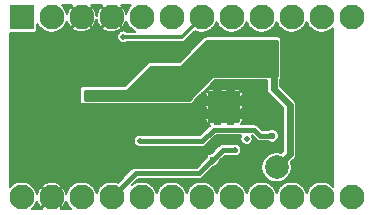
<source format=gbr>
G04 #@! TF.GenerationSoftware,KiCad,Pcbnew,5.1.5+dfsg1-2build2*
G04 #@! TF.CreationDate,2021-03-15T22:58:29+01:00*
G04 #@! TF.ProjectId,ProMicro_BOOST,50726f4d-6963-4726-9f5f-424f4f53542e,v1.8*
G04 #@! TF.SameCoordinates,Original*
G04 #@! TF.FileFunction,Copper,L4,Bot*
G04 #@! TF.FilePolarity,Positive*
%FSLAX46Y46*%
G04 Gerber Fmt 4.6, Leading zero omitted, Abs format (unit mm)*
G04 Created by KiCad*
%MOMM*%
%LPD*%
G04 APERTURE LIST*
%ADD10C,2.100000*%
%ADD11R,2.100000X2.100000*%
%ADD12C,2.000000*%
%ADD13C,0.100000*%
%ADD14C,0.500000*%
%ADD15C,0.450000*%
%ADD16C,0.600000*%
%ADD17C,0.400000*%
%ADD18C,0.600000*%
%ADD19C,0.300000*%
%ADD20C,0.150000*%
%ADD21C,0.254000*%
G04 APERTURE END LIST*
D10*
X63373000Y-130175000D03*
X65913000Y-130175000D03*
X68453000Y-130175000D03*
X91313000Y-114935000D03*
X70993000Y-130175000D03*
X88773000Y-114935000D03*
X73533000Y-130175000D03*
X86233000Y-114935000D03*
X76073000Y-130175000D03*
X83693000Y-114935000D03*
X78613000Y-130175000D03*
X81153000Y-114935000D03*
X81153000Y-130175000D03*
X78613000Y-114935000D03*
X83693000Y-130175000D03*
X76073000Y-114935000D03*
X86233000Y-130175000D03*
X73533000Y-114935000D03*
X88773000Y-130175000D03*
X70993000Y-114935000D03*
X91313000Y-130175000D03*
X68453000Y-114935000D03*
X65913000Y-114935000D03*
D11*
X63373000Y-114935000D03*
D12*
X84963000Y-127635000D03*
G04 #@! TA.AperFunction,Conductor*
D13*
G36*
X81641512Y-121206209D02*
G01*
X81665887Y-121209825D01*
X81689790Y-121215812D01*
X81712992Y-121224114D01*
X81735268Y-121234650D01*
X81756404Y-121247318D01*
X81776196Y-121261997D01*
X81794455Y-121278545D01*
X81811003Y-121296804D01*
X81825682Y-121316596D01*
X81838350Y-121337732D01*
X81848886Y-121360008D01*
X81857188Y-121383210D01*
X81863175Y-121407113D01*
X81866791Y-121431488D01*
X81868000Y-121456100D01*
X81868000Y-123653900D01*
X81866791Y-123678512D01*
X81863175Y-123702887D01*
X81857188Y-123726790D01*
X81848886Y-123749992D01*
X81838350Y-123772268D01*
X81825682Y-123793404D01*
X81811003Y-123813196D01*
X81794455Y-123831455D01*
X81776196Y-123848003D01*
X81756404Y-123862682D01*
X81735268Y-123875350D01*
X81712992Y-123885886D01*
X81689790Y-123894188D01*
X81665887Y-123900175D01*
X81641512Y-123903791D01*
X81616900Y-123905000D01*
X79419100Y-123905000D01*
X79394488Y-123903791D01*
X79370113Y-123900175D01*
X79346210Y-123894188D01*
X79323008Y-123885886D01*
X79300732Y-123875350D01*
X79279596Y-123862682D01*
X79259804Y-123848003D01*
X79241545Y-123831455D01*
X79224997Y-123813196D01*
X79210318Y-123793404D01*
X79197650Y-123772268D01*
X79187114Y-123749992D01*
X79178812Y-123726790D01*
X79172825Y-123702887D01*
X79169209Y-123678512D01*
X79168000Y-123653900D01*
X79168000Y-121456100D01*
X79169209Y-121431488D01*
X79172825Y-121407113D01*
X79178812Y-121383210D01*
X79187114Y-121360008D01*
X79197650Y-121337732D01*
X79210318Y-121316596D01*
X79224997Y-121296804D01*
X79241545Y-121278545D01*
X79259804Y-121261997D01*
X79279596Y-121247318D01*
X79300732Y-121234650D01*
X79323008Y-121224114D01*
X79346210Y-121215812D01*
X79370113Y-121209825D01*
X79394488Y-121206209D01*
X79419100Y-121205000D01*
X81616900Y-121205000D01*
X81641512Y-121206209D01*
G37*
G04 #@! TD.AperFunction*
D14*
X79418000Y-121455000D03*
X80518000Y-121455000D03*
X81618000Y-121455000D03*
X79418000Y-122555000D03*
X80518000Y-122555000D03*
X81618000Y-122555000D03*
X79418000Y-123655000D03*
X80518000Y-123655000D03*
X81618000Y-123655000D03*
X69723000Y-119380000D03*
X71755000Y-118999000D03*
X72517000Y-117856000D03*
X84963000Y-116205000D03*
D15*
X75882500Y-122682000D03*
D14*
X70739000Y-120396000D03*
X74168000Y-117792500D03*
X74104500Y-127317500D03*
X63373000Y-123825000D03*
X63373000Y-121920000D03*
X65913000Y-121920000D03*
X63373000Y-127635000D03*
X65913000Y-117475000D03*
X63373000Y-117475000D03*
X78740000Y-124333000D03*
X77724000Y-127000000D03*
X68453000Y-125349000D03*
X70993000Y-125349000D03*
X82423000Y-120650000D03*
X83439000Y-120650000D03*
X87503000Y-116205000D03*
X82423000Y-129159000D03*
X79883000Y-129159000D03*
X79883000Y-116205000D03*
X82423000Y-116205000D03*
X65913000Y-123825000D03*
X75946000Y-124206000D03*
X74803000Y-129222500D03*
X68453000Y-127381000D03*
X70993000Y-127381000D03*
X87503000Y-120142000D03*
X88773000Y-120142000D03*
X86233000Y-120142000D03*
X77343000Y-129159000D03*
X78105000Y-124714000D03*
X84074000Y-124079000D03*
X88138000Y-125730000D03*
X88138000Y-127000000D03*
X84963000Y-129159000D03*
X87503000Y-129349500D03*
X85217000Y-124079000D03*
X84074000Y-126111000D03*
X75692000Y-127317500D03*
X81470500Y-126174500D03*
D16*
X79565500Y-127000000D03*
D14*
X82423000Y-125222000D03*
X73380500Y-125412500D03*
D16*
X84582000Y-124968000D03*
D14*
X70231000Y-121539000D03*
X84709000Y-117348000D03*
X84709000Y-118110000D03*
X78105000Y-120650000D03*
X74930000Y-119697500D03*
X81470500Y-117348000D03*
X78740000Y-120015000D03*
X79565500Y-117284500D03*
X76708000Y-119888000D03*
X76708000Y-120650000D03*
X84709000Y-118872000D03*
X71247000Y-121549160D03*
X69215000Y-121554240D03*
X86063000Y-124630000D03*
X71999230Y-116576228D03*
D17*
X80391000Y-126174500D02*
X81470500Y-126174500D01*
X78422500Y-128143000D02*
X80391000Y-126174500D01*
X70993000Y-130175000D02*
X73025000Y-128143000D01*
X73025000Y-128143000D02*
X78422500Y-128143000D01*
X83566000Y-124968000D02*
X84582000Y-124968000D01*
X83058000Y-124460000D02*
X83566000Y-124968000D01*
X79629000Y-124460000D02*
X83058000Y-124460000D01*
X78676500Y-125412500D02*
X79629000Y-124460000D01*
X73380500Y-125412500D02*
X78676500Y-125412500D01*
D18*
X86063000Y-122385000D02*
X86063000Y-124630000D01*
X84709000Y-121031000D02*
X86063000Y-122385000D01*
X86063000Y-126535000D02*
X86063000Y-124630000D01*
X84963000Y-127635000D02*
X86063000Y-126535000D01*
X84709000Y-121031000D02*
X84709000Y-118872000D01*
D19*
X76971772Y-116576228D02*
X72352783Y-116576228D01*
X72352783Y-116576228D02*
X71999230Y-116576228D01*
X78613000Y-114935000D02*
X76971772Y-116576228D01*
D20*
G36*
X67604709Y-114051354D02*
G01*
X68453000Y-114899645D01*
X69301291Y-114051354D01*
X69224362Y-113940000D01*
X70221638Y-113940000D01*
X70144709Y-114051354D01*
X70993000Y-114899645D01*
X71841291Y-114051354D01*
X71764362Y-113940000D01*
X72654167Y-113940000D01*
X72503805Y-114090362D01*
X72358800Y-114307377D01*
X72258919Y-114548512D01*
X72238160Y-114652872D01*
X72186100Y-114468195D01*
X72072106Y-114244403D01*
X72043985Y-114202316D01*
X71876646Y-114086709D01*
X71028355Y-114935000D01*
X71876646Y-115783291D01*
X72043985Y-115667684D01*
X72166730Y-115448568D01*
X72239603Y-115224381D01*
X72258919Y-115321488D01*
X72358800Y-115562623D01*
X72503805Y-115779638D01*
X72688362Y-115964195D01*
X72905377Y-116109200D01*
X73006842Y-116151228D01*
X72308148Y-116151228D01*
X72247911Y-116110979D01*
X72152367Y-116071404D01*
X72050938Y-116051228D01*
X71947522Y-116051228D01*
X71846093Y-116071404D01*
X71750549Y-116110979D01*
X71664562Y-116168434D01*
X71591436Y-116241560D01*
X71533981Y-116327547D01*
X71494406Y-116423091D01*
X71474230Y-116524520D01*
X71474230Y-116627936D01*
X71494406Y-116729365D01*
X71533981Y-116824909D01*
X71591436Y-116910896D01*
X71664562Y-116984022D01*
X71750549Y-117041477D01*
X71846093Y-117081052D01*
X71947522Y-117101228D01*
X72050938Y-117101228D01*
X72152367Y-117081052D01*
X72247911Y-117041477D01*
X72308148Y-117001228D01*
X76950905Y-117001228D01*
X76971772Y-117003283D01*
X76992639Y-117001228D01*
X76992646Y-117001228D01*
X77055086Y-116995078D01*
X77135199Y-116970776D01*
X77209032Y-116931312D01*
X77273746Y-116878202D01*
X77287055Y-116861985D01*
X78023889Y-116125152D01*
X78226512Y-116209081D01*
X78482499Y-116260000D01*
X78743501Y-116260000D01*
X78999488Y-116209081D01*
X79240623Y-116109200D01*
X79457638Y-115964195D01*
X79642195Y-115779638D01*
X79787200Y-115562623D01*
X79883000Y-115331340D01*
X79978800Y-115562623D01*
X80123805Y-115779638D01*
X80308362Y-115964195D01*
X80525377Y-116109200D01*
X80766512Y-116209081D01*
X81022499Y-116260000D01*
X81283501Y-116260000D01*
X81539488Y-116209081D01*
X81780623Y-116109200D01*
X81997638Y-115964195D01*
X82182195Y-115779638D01*
X82327200Y-115562623D01*
X82423000Y-115331340D01*
X82518800Y-115562623D01*
X82663805Y-115779638D01*
X82848362Y-115964195D01*
X83065377Y-116109200D01*
X83306512Y-116209081D01*
X83562499Y-116260000D01*
X83823501Y-116260000D01*
X84079488Y-116209081D01*
X84320623Y-116109200D01*
X84537638Y-115964195D01*
X84722195Y-115779638D01*
X84867200Y-115562623D01*
X84963000Y-115331340D01*
X85058800Y-115562623D01*
X85203805Y-115779638D01*
X85388362Y-115964195D01*
X85605377Y-116109200D01*
X85846512Y-116209081D01*
X86102499Y-116260000D01*
X86363501Y-116260000D01*
X86619488Y-116209081D01*
X86860623Y-116109200D01*
X87077638Y-115964195D01*
X87262195Y-115779638D01*
X87407200Y-115562623D01*
X87503000Y-115331340D01*
X87598800Y-115562623D01*
X87743805Y-115779638D01*
X87928362Y-115964195D01*
X88145377Y-116109200D01*
X88386512Y-116209081D01*
X88642499Y-116260000D01*
X88903501Y-116260000D01*
X89159488Y-116209081D01*
X89400623Y-116109200D01*
X89617638Y-115964195D01*
X89768001Y-115813832D01*
X89768000Y-129296167D01*
X89617638Y-129145805D01*
X89400623Y-129000800D01*
X89159488Y-128900919D01*
X88903501Y-128850000D01*
X88642499Y-128850000D01*
X88386512Y-128900919D01*
X88145377Y-129000800D01*
X87928362Y-129145805D01*
X87743805Y-129330362D01*
X87598800Y-129547377D01*
X87503000Y-129778660D01*
X87407200Y-129547377D01*
X87262195Y-129330362D01*
X87077638Y-129145805D01*
X86860623Y-129000800D01*
X86619488Y-128900919D01*
X86363501Y-128850000D01*
X86102499Y-128850000D01*
X85846512Y-128900919D01*
X85605377Y-129000800D01*
X85388362Y-129145805D01*
X85203805Y-129330362D01*
X85058800Y-129547377D01*
X84963000Y-129778660D01*
X84867200Y-129547377D01*
X84722195Y-129330362D01*
X84537638Y-129145805D01*
X84320623Y-129000800D01*
X84079488Y-128900919D01*
X83823501Y-128850000D01*
X83562499Y-128850000D01*
X83306512Y-128900919D01*
X83065377Y-129000800D01*
X82848362Y-129145805D01*
X82663805Y-129330362D01*
X82518800Y-129547377D01*
X82423000Y-129778660D01*
X82327200Y-129547377D01*
X82182195Y-129330362D01*
X81997638Y-129145805D01*
X81780623Y-129000800D01*
X81539488Y-128900919D01*
X81283501Y-128850000D01*
X81022499Y-128850000D01*
X80766512Y-128900919D01*
X80525377Y-129000800D01*
X80308362Y-129145805D01*
X80123805Y-129330362D01*
X79978800Y-129547377D01*
X79883000Y-129778660D01*
X79787200Y-129547377D01*
X79642195Y-129330362D01*
X79457638Y-129145805D01*
X79240623Y-129000800D01*
X78999488Y-128900919D01*
X78743501Y-128850000D01*
X78482499Y-128850000D01*
X78226512Y-128900919D01*
X77985377Y-129000800D01*
X77768362Y-129145805D01*
X77583805Y-129330362D01*
X77438800Y-129547377D01*
X77343000Y-129778660D01*
X77247200Y-129547377D01*
X77102195Y-129330362D01*
X76917638Y-129145805D01*
X76700623Y-129000800D01*
X76459488Y-128900919D01*
X76203501Y-128850000D01*
X75942499Y-128850000D01*
X75686512Y-128900919D01*
X75445377Y-129000800D01*
X75228362Y-129145805D01*
X75043805Y-129330362D01*
X74898800Y-129547377D01*
X74803000Y-129778660D01*
X74707200Y-129547377D01*
X74562195Y-129330362D01*
X74377638Y-129145805D01*
X74160623Y-129000800D01*
X73919488Y-128900919D01*
X73663501Y-128850000D01*
X73402499Y-128850000D01*
X73146512Y-128900919D01*
X72905377Y-129000800D01*
X72705189Y-129134561D01*
X73221751Y-128618000D01*
X78399168Y-128618000D01*
X78422500Y-128620298D01*
X78445832Y-128618000D01*
X78515616Y-128611127D01*
X78605154Y-128583966D01*
X78687673Y-128539859D01*
X78760001Y-128480501D01*
X78774884Y-128462366D01*
X79672212Y-127565039D01*
X79733221Y-127552903D01*
X79837865Y-127509558D01*
X79932041Y-127446632D01*
X80012132Y-127366541D01*
X80075058Y-127272365D01*
X80118403Y-127167721D01*
X80130539Y-127106712D01*
X80587751Y-126649500D01*
X81245360Y-126649500D01*
X81317363Y-126679324D01*
X81418792Y-126699500D01*
X81522208Y-126699500D01*
X81623637Y-126679324D01*
X81719181Y-126639749D01*
X81805168Y-126582294D01*
X81878294Y-126509168D01*
X81935749Y-126423181D01*
X81975324Y-126327637D01*
X81995500Y-126226208D01*
X81995500Y-126122792D01*
X81975324Y-126021363D01*
X81935749Y-125925819D01*
X81878294Y-125839832D01*
X81805168Y-125766706D01*
X81719181Y-125709251D01*
X81623637Y-125669676D01*
X81522208Y-125649500D01*
X81418792Y-125649500D01*
X81317363Y-125669676D01*
X81245360Y-125699500D01*
X80414331Y-125699500D01*
X80390999Y-125697202D01*
X80297883Y-125706373D01*
X80288396Y-125709251D01*
X80208346Y-125733534D01*
X80125827Y-125777641D01*
X80053499Y-125836999D01*
X80038621Y-125855128D01*
X79458788Y-126434961D01*
X79397779Y-126447097D01*
X79293135Y-126490442D01*
X79198959Y-126553368D01*
X79118868Y-126633459D01*
X79055942Y-126727635D01*
X79012597Y-126832279D01*
X79000461Y-126893288D01*
X78225750Y-127668000D01*
X73048332Y-127668000D01*
X73025000Y-127665702D01*
X72931883Y-127674873D01*
X72904722Y-127683112D01*
X72842346Y-127702034D01*
X72759827Y-127746141D01*
X72687499Y-127805499D01*
X72672621Y-127823628D01*
X71532112Y-128964138D01*
X71379488Y-128900919D01*
X71123501Y-128850000D01*
X70862499Y-128850000D01*
X70606512Y-128900919D01*
X70365377Y-129000800D01*
X70148362Y-129145805D01*
X69963805Y-129330362D01*
X69818800Y-129547377D01*
X69723000Y-129778660D01*
X69627200Y-129547377D01*
X69482195Y-129330362D01*
X69297638Y-129145805D01*
X69080623Y-129000800D01*
X68839488Y-128900919D01*
X68583501Y-128850000D01*
X68322499Y-128850000D01*
X68066512Y-128900919D01*
X67825377Y-129000800D01*
X67608362Y-129145805D01*
X67423805Y-129330362D01*
X67278800Y-129547377D01*
X67178919Y-129788512D01*
X67158160Y-129892872D01*
X67106100Y-129708195D01*
X66992106Y-129484403D01*
X66963985Y-129442316D01*
X66796646Y-129326709D01*
X65948355Y-130175000D01*
X66796646Y-131023291D01*
X66963985Y-130907684D01*
X67086730Y-130688568D01*
X67159603Y-130464381D01*
X67178919Y-130561488D01*
X67278800Y-130802623D01*
X67423805Y-131019638D01*
X67574167Y-131170000D01*
X66684362Y-131170000D01*
X66761291Y-131058646D01*
X65913000Y-130210355D01*
X65064709Y-131058646D01*
X65141638Y-131170000D01*
X64251833Y-131170000D01*
X64402195Y-131019638D01*
X64547200Y-130802623D01*
X64647081Y-130561488D01*
X64667840Y-130457128D01*
X64719900Y-130641805D01*
X64833894Y-130865597D01*
X64862015Y-130907684D01*
X65029354Y-131023291D01*
X65877645Y-130175000D01*
X65029354Y-129326709D01*
X64862015Y-129442316D01*
X64739270Y-129661432D01*
X64666397Y-129885619D01*
X64647081Y-129788512D01*
X64547200Y-129547377D01*
X64402195Y-129330362D01*
X64363187Y-129291354D01*
X65064709Y-129291354D01*
X65913000Y-130139645D01*
X66761291Y-129291354D01*
X66645684Y-129124015D01*
X66426568Y-129001270D01*
X66187717Y-128923630D01*
X65938308Y-128894081D01*
X65687926Y-128913756D01*
X65446195Y-128981900D01*
X65222403Y-129095894D01*
X65180316Y-129124015D01*
X65064709Y-129291354D01*
X64363187Y-129291354D01*
X64217638Y-129145805D01*
X64000623Y-129000800D01*
X63759488Y-128900919D01*
X63503501Y-128850000D01*
X63242499Y-128850000D01*
X62986512Y-128900919D01*
X62745377Y-129000800D01*
X62528362Y-129145805D01*
X62378000Y-129296167D01*
X62378000Y-125360792D01*
X72855500Y-125360792D01*
X72855500Y-125464208D01*
X72875676Y-125565637D01*
X72915251Y-125661181D01*
X72972706Y-125747168D01*
X73045832Y-125820294D01*
X73131819Y-125877749D01*
X73227363Y-125917324D01*
X73328792Y-125937500D01*
X73432208Y-125937500D01*
X73533637Y-125917324D01*
X73605640Y-125887500D01*
X78653168Y-125887500D01*
X78676500Y-125889798D01*
X78699832Y-125887500D01*
X78769616Y-125880627D01*
X78859154Y-125853466D01*
X78941673Y-125809359D01*
X79014001Y-125750001D01*
X79028884Y-125731866D01*
X79825751Y-124935000D01*
X81983355Y-124935000D01*
X81957751Y-124973319D01*
X81918176Y-125068863D01*
X81898000Y-125170292D01*
X81898000Y-125273708D01*
X81918176Y-125375137D01*
X81957751Y-125470681D01*
X82015206Y-125556668D01*
X82088332Y-125629794D01*
X82174319Y-125687249D01*
X82269863Y-125726824D01*
X82371292Y-125747000D01*
X82474708Y-125747000D01*
X82576137Y-125726824D01*
X82671681Y-125687249D01*
X82757668Y-125629794D01*
X82830794Y-125556668D01*
X82888249Y-125470681D01*
X82927824Y-125375137D01*
X82948000Y-125273708D01*
X82948000Y-125170292D01*
X82927824Y-125068863D01*
X82888249Y-124973319D01*
X82865454Y-124939205D01*
X83213620Y-125287371D01*
X83228499Y-125305501D01*
X83300827Y-125364859D01*
X83383346Y-125408966D01*
X83472884Y-125436127D01*
X83542668Y-125443000D01*
X83542669Y-125443000D01*
X83565999Y-125445298D01*
X83589329Y-125443000D01*
X84257915Y-125443000D01*
X84309635Y-125477558D01*
X84414279Y-125520903D01*
X84525367Y-125543000D01*
X84638633Y-125543000D01*
X84749721Y-125520903D01*
X84854365Y-125477558D01*
X84948541Y-125414632D01*
X85028632Y-125334541D01*
X85091558Y-125240365D01*
X85134903Y-125135721D01*
X85157000Y-125024633D01*
X85157000Y-124911367D01*
X85134903Y-124800279D01*
X85091558Y-124695635D01*
X85028632Y-124601459D01*
X84948541Y-124521368D01*
X84854365Y-124458442D01*
X84749721Y-124415097D01*
X84638633Y-124393000D01*
X84525367Y-124393000D01*
X84414279Y-124415097D01*
X84309635Y-124458442D01*
X84257915Y-124493000D01*
X83762751Y-124493000D01*
X83410384Y-124140634D01*
X83395501Y-124122499D01*
X83323173Y-124063141D01*
X83240654Y-124019034D01*
X83151116Y-123991873D01*
X83081332Y-123985000D01*
X83058000Y-123982702D01*
X83034668Y-123985000D01*
X81962488Y-123985000D01*
X81972923Y-123974565D01*
X81932880Y-123934522D01*
X82018307Y-123914938D01*
X82061326Y-123831847D01*
X82087309Y-123741961D01*
X82095256Y-123648732D01*
X82084863Y-123555745D01*
X82056529Y-123466572D01*
X82018307Y-123395062D01*
X81932878Y-123375477D01*
X81653355Y-123655000D01*
X81667498Y-123669143D01*
X81632143Y-123704498D01*
X81618000Y-123690355D01*
X81603858Y-123704498D01*
X81568503Y-123669143D01*
X81582645Y-123655000D01*
X81303122Y-123375477D01*
X81217693Y-123395062D01*
X81174674Y-123478153D01*
X81148691Y-123568039D01*
X81140744Y-123661268D01*
X81151137Y-123754255D01*
X81179471Y-123843428D01*
X81217693Y-123914938D01*
X81303120Y-123934522D01*
X81263077Y-123974565D01*
X81273512Y-123985000D01*
X80862488Y-123985000D01*
X80872923Y-123974565D01*
X80832880Y-123934522D01*
X80918307Y-123914938D01*
X80961326Y-123831847D01*
X80987309Y-123741961D01*
X80995256Y-123648732D01*
X80984863Y-123555745D01*
X80956529Y-123466572D01*
X80918307Y-123395062D01*
X80832878Y-123375477D01*
X80553355Y-123655000D01*
X80567498Y-123669143D01*
X80532143Y-123704498D01*
X80518000Y-123690355D01*
X80503858Y-123704498D01*
X80468503Y-123669143D01*
X80482645Y-123655000D01*
X80203122Y-123375477D01*
X80117693Y-123395062D01*
X80074674Y-123478153D01*
X80048691Y-123568039D01*
X80040744Y-123661268D01*
X80051137Y-123754255D01*
X80079471Y-123843428D01*
X80117693Y-123914938D01*
X80203120Y-123934522D01*
X80163077Y-123974565D01*
X80173512Y-123985000D01*
X79762488Y-123985000D01*
X79772923Y-123974565D01*
X79732880Y-123934522D01*
X79818307Y-123914938D01*
X79861326Y-123831847D01*
X79887309Y-123741961D01*
X79895256Y-123648732D01*
X79884863Y-123555745D01*
X79856529Y-123466572D01*
X79818307Y-123395062D01*
X79732878Y-123375477D01*
X79453355Y-123655000D01*
X79467498Y-123669143D01*
X79432143Y-123704498D01*
X79418000Y-123690355D01*
X79138477Y-123969878D01*
X79158062Y-124055307D01*
X79241153Y-124098326D01*
X79300167Y-124115385D01*
X79291499Y-124122499D01*
X79276620Y-124140629D01*
X78479750Y-124937500D01*
X73605640Y-124937500D01*
X73533637Y-124907676D01*
X73432208Y-124887500D01*
X73328792Y-124887500D01*
X73227363Y-124907676D01*
X73131819Y-124947251D01*
X73045832Y-125004706D01*
X72972706Y-125077832D01*
X72915251Y-125163819D01*
X72875676Y-125259363D01*
X72855500Y-125360792D01*
X62378000Y-125360792D01*
X62378000Y-123661268D01*
X78940744Y-123661268D01*
X78951137Y-123754255D01*
X78979471Y-123843428D01*
X79017693Y-123914938D01*
X79103122Y-123934523D01*
X79382645Y-123655000D01*
X79103122Y-123375477D01*
X79017693Y-123395062D01*
X78974674Y-123478153D01*
X78948691Y-123568039D01*
X78940744Y-123661268D01*
X62378000Y-123661268D01*
X62378000Y-123340122D01*
X79138477Y-123340122D01*
X79418000Y-123619645D01*
X79697523Y-123340122D01*
X80238477Y-123340122D01*
X80518000Y-123619645D01*
X80797523Y-123340122D01*
X81338477Y-123340122D01*
X81618000Y-123619645D01*
X81897523Y-123340122D01*
X81877938Y-123254693D01*
X81794847Y-123211674D01*
X81704961Y-123185691D01*
X81611732Y-123177744D01*
X81518745Y-123188137D01*
X81429572Y-123216471D01*
X81358062Y-123254693D01*
X81338477Y-123340122D01*
X80797523Y-123340122D01*
X80777938Y-123254693D01*
X80694847Y-123211674D01*
X80604961Y-123185691D01*
X80511732Y-123177744D01*
X80418745Y-123188137D01*
X80329572Y-123216471D01*
X80258062Y-123254693D01*
X80238477Y-123340122D01*
X79697523Y-123340122D01*
X79677938Y-123254693D01*
X79594847Y-123211674D01*
X79504961Y-123185691D01*
X79411732Y-123177744D01*
X79318745Y-123188137D01*
X79229572Y-123216471D01*
X79158062Y-123254693D01*
X79138477Y-123340122D01*
X62378000Y-123340122D01*
X62378000Y-122869878D01*
X79138477Y-122869878D01*
X79158062Y-122955307D01*
X79241153Y-122998326D01*
X79331039Y-123024309D01*
X79424268Y-123032256D01*
X79517255Y-123021863D01*
X79606428Y-122993529D01*
X79677938Y-122955307D01*
X79697523Y-122869878D01*
X80238477Y-122869878D01*
X80258062Y-122955307D01*
X80341153Y-122998326D01*
X80431039Y-123024309D01*
X80524268Y-123032256D01*
X80617255Y-123021863D01*
X80706428Y-122993529D01*
X80777938Y-122955307D01*
X80797523Y-122869878D01*
X81338477Y-122869878D01*
X81358062Y-122955307D01*
X81441153Y-122998326D01*
X81531039Y-123024309D01*
X81624268Y-123032256D01*
X81717255Y-123021863D01*
X81806428Y-122993529D01*
X81877938Y-122955307D01*
X81897523Y-122869878D01*
X81618000Y-122590355D01*
X81338477Y-122869878D01*
X80797523Y-122869878D01*
X80518000Y-122590355D01*
X80238477Y-122869878D01*
X79697523Y-122869878D01*
X79418000Y-122590355D01*
X79138477Y-122869878D01*
X62378000Y-122869878D01*
X62378000Y-122561268D01*
X78940744Y-122561268D01*
X78951137Y-122654255D01*
X78979471Y-122743428D01*
X79017693Y-122814938D01*
X79103122Y-122834523D01*
X79382645Y-122555000D01*
X79453355Y-122555000D01*
X79732878Y-122834523D01*
X79818307Y-122814938D01*
X79861326Y-122731847D01*
X79887309Y-122641961D01*
X79894187Y-122561268D01*
X80040744Y-122561268D01*
X80051137Y-122654255D01*
X80079471Y-122743428D01*
X80117693Y-122814938D01*
X80203122Y-122834523D01*
X80482645Y-122555000D01*
X80553355Y-122555000D01*
X80832878Y-122834523D01*
X80918307Y-122814938D01*
X80961326Y-122731847D01*
X80987309Y-122641961D01*
X80994187Y-122561268D01*
X81140744Y-122561268D01*
X81151137Y-122654255D01*
X81179471Y-122743428D01*
X81217693Y-122814938D01*
X81303122Y-122834523D01*
X81582645Y-122555000D01*
X81653355Y-122555000D01*
X81932878Y-122834523D01*
X82018307Y-122814938D01*
X82061326Y-122731847D01*
X82087309Y-122641961D01*
X82095256Y-122548732D01*
X82084863Y-122455745D01*
X82056529Y-122366572D01*
X82018307Y-122295062D01*
X81932878Y-122275477D01*
X81653355Y-122555000D01*
X81582645Y-122555000D01*
X81303122Y-122275477D01*
X81217693Y-122295062D01*
X81174674Y-122378153D01*
X81148691Y-122468039D01*
X81140744Y-122561268D01*
X80994187Y-122561268D01*
X80995256Y-122548732D01*
X80984863Y-122455745D01*
X80956529Y-122366572D01*
X80918307Y-122295062D01*
X80832878Y-122275477D01*
X80553355Y-122555000D01*
X80482645Y-122555000D01*
X80203122Y-122275477D01*
X80117693Y-122295062D01*
X80074674Y-122378153D01*
X80048691Y-122468039D01*
X80040744Y-122561268D01*
X79894187Y-122561268D01*
X79895256Y-122548732D01*
X79884863Y-122455745D01*
X79856529Y-122366572D01*
X79818307Y-122295062D01*
X79732878Y-122275477D01*
X79453355Y-122555000D01*
X79382645Y-122555000D01*
X79103122Y-122275477D01*
X79017693Y-122295062D01*
X78974674Y-122378153D01*
X78948691Y-122468039D01*
X78940744Y-122561268D01*
X62378000Y-122561268D01*
X62378000Y-121031000D01*
X68305000Y-121031000D01*
X68305000Y-122047000D01*
X68310284Y-122100650D01*
X68325933Y-122152238D01*
X68351346Y-122199782D01*
X68385546Y-122241454D01*
X68427218Y-122275654D01*
X68474762Y-122301067D01*
X68526350Y-122316716D01*
X68580000Y-122322000D01*
X77597000Y-122322000D01*
X77650650Y-122316716D01*
X77702238Y-122301067D01*
X77749782Y-122275654D01*
X77791454Y-122241454D01*
X77792786Y-122240122D01*
X79138477Y-122240122D01*
X79418000Y-122519645D01*
X79697523Y-122240122D01*
X80238477Y-122240122D01*
X80518000Y-122519645D01*
X80797523Y-122240122D01*
X81338477Y-122240122D01*
X81618000Y-122519645D01*
X81897523Y-122240122D01*
X81877938Y-122154693D01*
X81794847Y-122111674D01*
X81704961Y-122085691D01*
X81611732Y-122077744D01*
X81518745Y-122088137D01*
X81429572Y-122116471D01*
X81358062Y-122154693D01*
X81338477Y-122240122D01*
X80797523Y-122240122D01*
X80777938Y-122154693D01*
X80694847Y-122111674D01*
X80604961Y-122085691D01*
X80511732Y-122077744D01*
X80418745Y-122088137D01*
X80329572Y-122116471D01*
X80258062Y-122154693D01*
X80238477Y-122240122D01*
X79697523Y-122240122D01*
X79677938Y-122154693D01*
X79594847Y-122111674D01*
X79504961Y-122085691D01*
X79411732Y-122077744D01*
X79318745Y-122088137D01*
X79229572Y-122116471D01*
X79158062Y-122154693D01*
X79138477Y-122240122D01*
X77792786Y-122240122D01*
X78263030Y-121769878D01*
X79138477Y-121769878D01*
X79158062Y-121855307D01*
X79241153Y-121898326D01*
X79331039Y-121924309D01*
X79424268Y-121932256D01*
X79517255Y-121921863D01*
X79606428Y-121893529D01*
X79677938Y-121855307D01*
X79697523Y-121769878D01*
X80238477Y-121769878D01*
X80258062Y-121855307D01*
X80341153Y-121898326D01*
X80431039Y-121924309D01*
X80524268Y-121932256D01*
X80617255Y-121921863D01*
X80706428Y-121893529D01*
X80777938Y-121855307D01*
X80797523Y-121769878D01*
X81338477Y-121769878D01*
X81358062Y-121855307D01*
X81441153Y-121898326D01*
X81531039Y-121924309D01*
X81624268Y-121932256D01*
X81717255Y-121921863D01*
X81806428Y-121893529D01*
X81877938Y-121855307D01*
X81897523Y-121769878D01*
X81618000Y-121490355D01*
X81338477Y-121769878D01*
X80797523Y-121769878D01*
X80518000Y-121490355D01*
X80238477Y-121769878D01*
X79697523Y-121769878D01*
X79418000Y-121490355D01*
X79138477Y-121769878D01*
X78263030Y-121769878D01*
X78571640Y-121461268D01*
X78940744Y-121461268D01*
X78951137Y-121554255D01*
X78979471Y-121643428D01*
X79017693Y-121714938D01*
X79103122Y-121734523D01*
X79382645Y-121455000D01*
X79453355Y-121455000D01*
X79732878Y-121734523D01*
X79818307Y-121714938D01*
X79861326Y-121631847D01*
X79887309Y-121541961D01*
X79894187Y-121461268D01*
X80040744Y-121461268D01*
X80051137Y-121554255D01*
X80079471Y-121643428D01*
X80117693Y-121714938D01*
X80203122Y-121734523D01*
X80482645Y-121455000D01*
X80553355Y-121455000D01*
X80832878Y-121734523D01*
X80918307Y-121714938D01*
X80961326Y-121631847D01*
X80987309Y-121541961D01*
X80994187Y-121461268D01*
X81140744Y-121461268D01*
X81151137Y-121554255D01*
X81179471Y-121643428D01*
X81217693Y-121714938D01*
X81303122Y-121734523D01*
X81582645Y-121455000D01*
X81653355Y-121455000D01*
X81932878Y-121734523D01*
X82018307Y-121714938D01*
X82061326Y-121631847D01*
X82087309Y-121541961D01*
X82095256Y-121448732D01*
X82084863Y-121355745D01*
X82056529Y-121266572D01*
X82018307Y-121195062D01*
X81932878Y-121175477D01*
X81653355Y-121455000D01*
X81582645Y-121455000D01*
X81303122Y-121175477D01*
X81217693Y-121195062D01*
X81174674Y-121278153D01*
X81148691Y-121368039D01*
X81140744Y-121461268D01*
X80994187Y-121461268D01*
X80995256Y-121448732D01*
X80984863Y-121355745D01*
X80956529Y-121266572D01*
X80918307Y-121195062D01*
X80832878Y-121175477D01*
X80553355Y-121455000D01*
X80482645Y-121455000D01*
X80203122Y-121175477D01*
X80117693Y-121195062D01*
X80074674Y-121278153D01*
X80048691Y-121368039D01*
X80040744Y-121461268D01*
X79894187Y-121461268D01*
X79895256Y-121448732D01*
X79884863Y-121355745D01*
X79856529Y-121266572D01*
X79818307Y-121195062D01*
X79732878Y-121175477D01*
X79453355Y-121455000D01*
X79382645Y-121455000D01*
X79103122Y-121175477D01*
X79017693Y-121195062D01*
X78974674Y-121278153D01*
X78948691Y-121368039D01*
X78940744Y-121461268D01*
X78571640Y-121461268D01*
X78892786Y-121140122D01*
X79138477Y-121140122D01*
X79418000Y-121419645D01*
X79697523Y-121140122D01*
X80238477Y-121140122D01*
X80518000Y-121419645D01*
X80797523Y-121140122D01*
X81338477Y-121140122D01*
X81618000Y-121419645D01*
X81897523Y-121140122D01*
X81877938Y-121054693D01*
X81794847Y-121011674D01*
X81704961Y-120985691D01*
X81611732Y-120977744D01*
X81518745Y-120988137D01*
X81429572Y-121016471D01*
X81358062Y-121054693D01*
X81338477Y-121140122D01*
X80797523Y-121140122D01*
X80777938Y-121054693D01*
X80694847Y-121011674D01*
X80604961Y-120985691D01*
X80511732Y-120977744D01*
X80418745Y-120988137D01*
X80329572Y-121016471D01*
X80258062Y-121054693D01*
X80238477Y-121140122D01*
X79697523Y-121140122D01*
X79677938Y-121054693D01*
X79594847Y-121011674D01*
X79504961Y-120985691D01*
X79411732Y-120977744D01*
X79318745Y-120988137D01*
X79229572Y-121016471D01*
X79158062Y-121054693D01*
X79138477Y-121140122D01*
X78892786Y-121140122D01*
X79742908Y-120290000D01*
X84134000Y-120290000D01*
X84134000Y-121002757D01*
X84131218Y-121031000D01*
X84134000Y-121059243D01*
X84134000Y-121059245D01*
X84142320Y-121143719D01*
X84151954Y-121175477D01*
X84175199Y-121252107D01*
X84228592Y-121351998D01*
X84241757Y-121368039D01*
X84300446Y-121439554D01*
X84322393Y-121457565D01*
X85488000Y-122623173D01*
X85488001Y-124601754D01*
X85488000Y-126296827D01*
X85363843Y-126420985D01*
X85334904Y-126408998D01*
X85088577Y-126360000D01*
X84837423Y-126360000D01*
X84591096Y-126408998D01*
X84359061Y-126505110D01*
X84150235Y-126644643D01*
X83972643Y-126822235D01*
X83833110Y-127031061D01*
X83736998Y-127263096D01*
X83688000Y-127509423D01*
X83688000Y-127760577D01*
X83736998Y-128006904D01*
X83833110Y-128238939D01*
X83972643Y-128447765D01*
X84150235Y-128625357D01*
X84359061Y-128764890D01*
X84591096Y-128861002D01*
X84837423Y-128910000D01*
X85088577Y-128910000D01*
X85334904Y-128861002D01*
X85566939Y-128764890D01*
X85775765Y-128625357D01*
X85953357Y-128447765D01*
X86092890Y-128238939D01*
X86189002Y-128006904D01*
X86238000Y-127760577D01*
X86238000Y-127509423D01*
X86189002Y-127263096D01*
X86177015Y-127234157D01*
X86449613Y-126961560D01*
X86471554Y-126943554D01*
X86505782Y-126901847D01*
X86543408Y-126855999D01*
X86596801Y-126756108D01*
X86605438Y-126727635D01*
X86629680Y-126647720D01*
X86638000Y-126563246D01*
X86638000Y-126563243D01*
X86640782Y-126535000D01*
X86638000Y-126506757D01*
X86638000Y-122413242D01*
X86640782Y-122384999D01*
X86634577Y-122322000D01*
X86629680Y-122272280D01*
X86596801Y-122163892D01*
X86556309Y-122088137D01*
X86543408Y-122064001D01*
X86489559Y-121998386D01*
X86471554Y-121976446D01*
X86449613Y-121958440D01*
X85284000Y-120792828D01*
X85284000Y-120209827D01*
X85284454Y-120209454D01*
X85318654Y-120167782D01*
X85344067Y-120120238D01*
X85359716Y-120068650D01*
X85365000Y-120015000D01*
X85365000Y-116840000D01*
X85359716Y-116786350D01*
X85344067Y-116734762D01*
X85318654Y-116687218D01*
X85284454Y-116645546D01*
X85242782Y-116611346D01*
X85195238Y-116585933D01*
X85143650Y-116570284D01*
X85090000Y-116565000D01*
X79057500Y-116565000D01*
X79005820Y-116569900D01*
X78954119Y-116585172D01*
X78906391Y-116610237D01*
X78864470Y-116644131D01*
X76754015Y-118724000D01*
X74263250Y-118724000D01*
X74207478Y-118729715D01*
X74156015Y-118745770D01*
X74108673Y-118771556D01*
X74067271Y-118806083D01*
X72147821Y-120756000D01*
X68580000Y-120756000D01*
X68526350Y-120761284D01*
X68474762Y-120776933D01*
X68427218Y-120802346D01*
X68385546Y-120836546D01*
X68351346Y-120878218D01*
X68325933Y-120925762D01*
X68310284Y-120977350D01*
X68305000Y-121031000D01*
X62378000Y-121031000D01*
X62378000Y-116261330D01*
X64423000Y-116261330D01*
X64476909Y-116256020D01*
X64528747Y-116240296D01*
X64576521Y-116214760D01*
X64618395Y-116180395D01*
X64652760Y-116138521D01*
X64678296Y-116090747D01*
X64694020Y-116038909D01*
X64699330Y-115985000D01*
X64699330Y-115467334D01*
X64738800Y-115562623D01*
X64883805Y-115779638D01*
X65068362Y-115964195D01*
X65285377Y-116109200D01*
X65526512Y-116209081D01*
X65782499Y-116260000D01*
X66043501Y-116260000D01*
X66299488Y-116209081D01*
X66540623Y-116109200D01*
X66757638Y-115964195D01*
X66903187Y-115818646D01*
X67604709Y-115818646D01*
X67720316Y-115985985D01*
X67939432Y-116108730D01*
X68178283Y-116186370D01*
X68427692Y-116215919D01*
X68678074Y-116196244D01*
X68919805Y-116128100D01*
X69143597Y-116014106D01*
X69185684Y-115985985D01*
X69301291Y-115818646D01*
X70144709Y-115818646D01*
X70260316Y-115985985D01*
X70479432Y-116108730D01*
X70718283Y-116186370D01*
X70967692Y-116215919D01*
X71218074Y-116196244D01*
X71459805Y-116128100D01*
X71683597Y-116014106D01*
X71725684Y-115985985D01*
X71841291Y-115818646D01*
X70993000Y-114970355D01*
X70144709Y-115818646D01*
X69301291Y-115818646D01*
X68453000Y-114970355D01*
X67604709Y-115818646D01*
X66903187Y-115818646D01*
X66942195Y-115779638D01*
X67087200Y-115562623D01*
X67187081Y-115321488D01*
X67207840Y-115217128D01*
X67259900Y-115401805D01*
X67373894Y-115625597D01*
X67402015Y-115667684D01*
X67569354Y-115783291D01*
X68417645Y-114935000D01*
X68488355Y-114935000D01*
X69336646Y-115783291D01*
X69503985Y-115667684D01*
X69626730Y-115448568D01*
X69704370Y-115209717D01*
X69723181Y-115050945D01*
X69731756Y-115160074D01*
X69799900Y-115401805D01*
X69913894Y-115625597D01*
X69942015Y-115667684D01*
X70109354Y-115783291D01*
X70957645Y-114935000D01*
X70109354Y-114086709D01*
X69942015Y-114202316D01*
X69819270Y-114421432D01*
X69741630Y-114660283D01*
X69722819Y-114819055D01*
X69714244Y-114709926D01*
X69646100Y-114468195D01*
X69532106Y-114244403D01*
X69503985Y-114202316D01*
X69336646Y-114086709D01*
X68488355Y-114935000D01*
X68417645Y-114935000D01*
X67569354Y-114086709D01*
X67402015Y-114202316D01*
X67279270Y-114421432D01*
X67206397Y-114645619D01*
X67187081Y-114548512D01*
X67087200Y-114307377D01*
X66942195Y-114090362D01*
X66791833Y-113940000D01*
X67681638Y-113940000D01*
X67604709Y-114051354D01*
G37*
X67604709Y-114051354D02*
X68453000Y-114899645D01*
X69301291Y-114051354D01*
X69224362Y-113940000D01*
X70221638Y-113940000D01*
X70144709Y-114051354D01*
X70993000Y-114899645D01*
X71841291Y-114051354D01*
X71764362Y-113940000D01*
X72654167Y-113940000D01*
X72503805Y-114090362D01*
X72358800Y-114307377D01*
X72258919Y-114548512D01*
X72238160Y-114652872D01*
X72186100Y-114468195D01*
X72072106Y-114244403D01*
X72043985Y-114202316D01*
X71876646Y-114086709D01*
X71028355Y-114935000D01*
X71876646Y-115783291D01*
X72043985Y-115667684D01*
X72166730Y-115448568D01*
X72239603Y-115224381D01*
X72258919Y-115321488D01*
X72358800Y-115562623D01*
X72503805Y-115779638D01*
X72688362Y-115964195D01*
X72905377Y-116109200D01*
X73006842Y-116151228D01*
X72308148Y-116151228D01*
X72247911Y-116110979D01*
X72152367Y-116071404D01*
X72050938Y-116051228D01*
X71947522Y-116051228D01*
X71846093Y-116071404D01*
X71750549Y-116110979D01*
X71664562Y-116168434D01*
X71591436Y-116241560D01*
X71533981Y-116327547D01*
X71494406Y-116423091D01*
X71474230Y-116524520D01*
X71474230Y-116627936D01*
X71494406Y-116729365D01*
X71533981Y-116824909D01*
X71591436Y-116910896D01*
X71664562Y-116984022D01*
X71750549Y-117041477D01*
X71846093Y-117081052D01*
X71947522Y-117101228D01*
X72050938Y-117101228D01*
X72152367Y-117081052D01*
X72247911Y-117041477D01*
X72308148Y-117001228D01*
X76950905Y-117001228D01*
X76971772Y-117003283D01*
X76992639Y-117001228D01*
X76992646Y-117001228D01*
X77055086Y-116995078D01*
X77135199Y-116970776D01*
X77209032Y-116931312D01*
X77273746Y-116878202D01*
X77287055Y-116861985D01*
X78023889Y-116125152D01*
X78226512Y-116209081D01*
X78482499Y-116260000D01*
X78743501Y-116260000D01*
X78999488Y-116209081D01*
X79240623Y-116109200D01*
X79457638Y-115964195D01*
X79642195Y-115779638D01*
X79787200Y-115562623D01*
X79883000Y-115331340D01*
X79978800Y-115562623D01*
X80123805Y-115779638D01*
X80308362Y-115964195D01*
X80525377Y-116109200D01*
X80766512Y-116209081D01*
X81022499Y-116260000D01*
X81283501Y-116260000D01*
X81539488Y-116209081D01*
X81780623Y-116109200D01*
X81997638Y-115964195D01*
X82182195Y-115779638D01*
X82327200Y-115562623D01*
X82423000Y-115331340D01*
X82518800Y-115562623D01*
X82663805Y-115779638D01*
X82848362Y-115964195D01*
X83065377Y-116109200D01*
X83306512Y-116209081D01*
X83562499Y-116260000D01*
X83823501Y-116260000D01*
X84079488Y-116209081D01*
X84320623Y-116109200D01*
X84537638Y-115964195D01*
X84722195Y-115779638D01*
X84867200Y-115562623D01*
X84963000Y-115331340D01*
X85058800Y-115562623D01*
X85203805Y-115779638D01*
X85388362Y-115964195D01*
X85605377Y-116109200D01*
X85846512Y-116209081D01*
X86102499Y-116260000D01*
X86363501Y-116260000D01*
X86619488Y-116209081D01*
X86860623Y-116109200D01*
X87077638Y-115964195D01*
X87262195Y-115779638D01*
X87407200Y-115562623D01*
X87503000Y-115331340D01*
X87598800Y-115562623D01*
X87743805Y-115779638D01*
X87928362Y-115964195D01*
X88145377Y-116109200D01*
X88386512Y-116209081D01*
X88642499Y-116260000D01*
X88903501Y-116260000D01*
X89159488Y-116209081D01*
X89400623Y-116109200D01*
X89617638Y-115964195D01*
X89768001Y-115813832D01*
X89768000Y-129296167D01*
X89617638Y-129145805D01*
X89400623Y-129000800D01*
X89159488Y-128900919D01*
X88903501Y-128850000D01*
X88642499Y-128850000D01*
X88386512Y-128900919D01*
X88145377Y-129000800D01*
X87928362Y-129145805D01*
X87743805Y-129330362D01*
X87598800Y-129547377D01*
X87503000Y-129778660D01*
X87407200Y-129547377D01*
X87262195Y-129330362D01*
X87077638Y-129145805D01*
X86860623Y-129000800D01*
X86619488Y-128900919D01*
X86363501Y-128850000D01*
X86102499Y-128850000D01*
X85846512Y-128900919D01*
X85605377Y-129000800D01*
X85388362Y-129145805D01*
X85203805Y-129330362D01*
X85058800Y-129547377D01*
X84963000Y-129778660D01*
X84867200Y-129547377D01*
X84722195Y-129330362D01*
X84537638Y-129145805D01*
X84320623Y-129000800D01*
X84079488Y-128900919D01*
X83823501Y-128850000D01*
X83562499Y-128850000D01*
X83306512Y-128900919D01*
X83065377Y-129000800D01*
X82848362Y-129145805D01*
X82663805Y-129330362D01*
X82518800Y-129547377D01*
X82423000Y-129778660D01*
X82327200Y-129547377D01*
X82182195Y-129330362D01*
X81997638Y-129145805D01*
X81780623Y-129000800D01*
X81539488Y-128900919D01*
X81283501Y-128850000D01*
X81022499Y-128850000D01*
X80766512Y-128900919D01*
X80525377Y-129000800D01*
X80308362Y-129145805D01*
X80123805Y-129330362D01*
X79978800Y-129547377D01*
X79883000Y-129778660D01*
X79787200Y-129547377D01*
X79642195Y-129330362D01*
X79457638Y-129145805D01*
X79240623Y-129000800D01*
X78999488Y-128900919D01*
X78743501Y-128850000D01*
X78482499Y-128850000D01*
X78226512Y-128900919D01*
X77985377Y-129000800D01*
X77768362Y-129145805D01*
X77583805Y-129330362D01*
X77438800Y-129547377D01*
X77343000Y-129778660D01*
X77247200Y-129547377D01*
X77102195Y-129330362D01*
X76917638Y-129145805D01*
X76700623Y-129000800D01*
X76459488Y-128900919D01*
X76203501Y-128850000D01*
X75942499Y-128850000D01*
X75686512Y-128900919D01*
X75445377Y-129000800D01*
X75228362Y-129145805D01*
X75043805Y-129330362D01*
X74898800Y-129547377D01*
X74803000Y-129778660D01*
X74707200Y-129547377D01*
X74562195Y-129330362D01*
X74377638Y-129145805D01*
X74160623Y-129000800D01*
X73919488Y-128900919D01*
X73663501Y-128850000D01*
X73402499Y-128850000D01*
X73146512Y-128900919D01*
X72905377Y-129000800D01*
X72705189Y-129134561D01*
X73221751Y-128618000D01*
X78399168Y-128618000D01*
X78422500Y-128620298D01*
X78445832Y-128618000D01*
X78515616Y-128611127D01*
X78605154Y-128583966D01*
X78687673Y-128539859D01*
X78760001Y-128480501D01*
X78774884Y-128462366D01*
X79672212Y-127565039D01*
X79733221Y-127552903D01*
X79837865Y-127509558D01*
X79932041Y-127446632D01*
X80012132Y-127366541D01*
X80075058Y-127272365D01*
X80118403Y-127167721D01*
X80130539Y-127106712D01*
X80587751Y-126649500D01*
X81245360Y-126649500D01*
X81317363Y-126679324D01*
X81418792Y-126699500D01*
X81522208Y-126699500D01*
X81623637Y-126679324D01*
X81719181Y-126639749D01*
X81805168Y-126582294D01*
X81878294Y-126509168D01*
X81935749Y-126423181D01*
X81975324Y-126327637D01*
X81995500Y-126226208D01*
X81995500Y-126122792D01*
X81975324Y-126021363D01*
X81935749Y-125925819D01*
X81878294Y-125839832D01*
X81805168Y-125766706D01*
X81719181Y-125709251D01*
X81623637Y-125669676D01*
X81522208Y-125649500D01*
X81418792Y-125649500D01*
X81317363Y-125669676D01*
X81245360Y-125699500D01*
X80414331Y-125699500D01*
X80390999Y-125697202D01*
X80297883Y-125706373D01*
X80288396Y-125709251D01*
X80208346Y-125733534D01*
X80125827Y-125777641D01*
X80053499Y-125836999D01*
X80038621Y-125855128D01*
X79458788Y-126434961D01*
X79397779Y-126447097D01*
X79293135Y-126490442D01*
X79198959Y-126553368D01*
X79118868Y-126633459D01*
X79055942Y-126727635D01*
X79012597Y-126832279D01*
X79000461Y-126893288D01*
X78225750Y-127668000D01*
X73048332Y-127668000D01*
X73025000Y-127665702D01*
X72931883Y-127674873D01*
X72904722Y-127683112D01*
X72842346Y-127702034D01*
X72759827Y-127746141D01*
X72687499Y-127805499D01*
X72672621Y-127823628D01*
X71532112Y-128964138D01*
X71379488Y-128900919D01*
X71123501Y-128850000D01*
X70862499Y-128850000D01*
X70606512Y-128900919D01*
X70365377Y-129000800D01*
X70148362Y-129145805D01*
X69963805Y-129330362D01*
X69818800Y-129547377D01*
X69723000Y-129778660D01*
X69627200Y-129547377D01*
X69482195Y-129330362D01*
X69297638Y-129145805D01*
X69080623Y-129000800D01*
X68839488Y-128900919D01*
X68583501Y-128850000D01*
X68322499Y-128850000D01*
X68066512Y-128900919D01*
X67825377Y-129000800D01*
X67608362Y-129145805D01*
X67423805Y-129330362D01*
X67278800Y-129547377D01*
X67178919Y-129788512D01*
X67158160Y-129892872D01*
X67106100Y-129708195D01*
X66992106Y-129484403D01*
X66963985Y-129442316D01*
X66796646Y-129326709D01*
X65948355Y-130175000D01*
X66796646Y-131023291D01*
X66963985Y-130907684D01*
X67086730Y-130688568D01*
X67159603Y-130464381D01*
X67178919Y-130561488D01*
X67278800Y-130802623D01*
X67423805Y-131019638D01*
X67574167Y-131170000D01*
X66684362Y-131170000D01*
X66761291Y-131058646D01*
X65913000Y-130210355D01*
X65064709Y-131058646D01*
X65141638Y-131170000D01*
X64251833Y-131170000D01*
X64402195Y-131019638D01*
X64547200Y-130802623D01*
X64647081Y-130561488D01*
X64667840Y-130457128D01*
X64719900Y-130641805D01*
X64833894Y-130865597D01*
X64862015Y-130907684D01*
X65029354Y-131023291D01*
X65877645Y-130175000D01*
X65029354Y-129326709D01*
X64862015Y-129442316D01*
X64739270Y-129661432D01*
X64666397Y-129885619D01*
X64647081Y-129788512D01*
X64547200Y-129547377D01*
X64402195Y-129330362D01*
X64363187Y-129291354D01*
X65064709Y-129291354D01*
X65913000Y-130139645D01*
X66761291Y-129291354D01*
X66645684Y-129124015D01*
X66426568Y-129001270D01*
X66187717Y-128923630D01*
X65938308Y-128894081D01*
X65687926Y-128913756D01*
X65446195Y-128981900D01*
X65222403Y-129095894D01*
X65180316Y-129124015D01*
X65064709Y-129291354D01*
X64363187Y-129291354D01*
X64217638Y-129145805D01*
X64000623Y-129000800D01*
X63759488Y-128900919D01*
X63503501Y-128850000D01*
X63242499Y-128850000D01*
X62986512Y-128900919D01*
X62745377Y-129000800D01*
X62528362Y-129145805D01*
X62378000Y-129296167D01*
X62378000Y-125360792D01*
X72855500Y-125360792D01*
X72855500Y-125464208D01*
X72875676Y-125565637D01*
X72915251Y-125661181D01*
X72972706Y-125747168D01*
X73045832Y-125820294D01*
X73131819Y-125877749D01*
X73227363Y-125917324D01*
X73328792Y-125937500D01*
X73432208Y-125937500D01*
X73533637Y-125917324D01*
X73605640Y-125887500D01*
X78653168Y-125887500D01*
X78676500Y-125889798D01*
X78699832Y-125887500D01*
X78769616Y-125880627D01*
X78859154Y-125853466D01*
X78941673Y-125809359D01*
X79014001Y-125750001D01*
X79028884Y-125731866D01*
X79825751Y-124935000D01*
X81983355Y-124935000D01*
X81957751Y-124973319D01*
X81918176Y-125068863D01*
X81898000Y-125170292D01*
X81898000Y-125273708D01*
X81918176Y-125375137D01*
X81957751Y-125470681D01*
X82015206Y-125556668D01*
X82088332Y-125629794D01*
X82174319Y-125687249D01*
X82269863Y-125726824D01*
X82371292Y-125747000D01*
X82474708Y-125747000D01*
X82576137Y-125726824D01*
X82671681Y-125687249D01*
X82757668Y-125629794D01*
X82830794Y-125556668D01*
X82888249Y-125470681D01*
X82927824Y-125375137D01*
X82948000Y-125273708D01*
X82948000Y-125170292D01*
X82927824Y-125068863D01*
X82888249Y-124973319D01*
X82865454Y-124939205D01*
X83213620Y-125287371D01*
X83228499Y-125305501D01*
X83300827Y-125364859D01*
X83383346Y-125408966D01*
X83472884Y-125436127D01*
X83542668Y-125443000D01*
X83542669Y-125443000D01*
X83565999Y-125445298D01*
X83589329Y-125443000D01*
X84257915Y-125443000D01*
X84309635Y-125477558D01*
X84414279Y-125520903D01*
X84525367Y-125543000D01*
X84638633Y-125543000D01*
X84749721Y-125520903D01*
X84854365Y-125477558D01*
X84948541Y-125414632D01*
X85028632Y-125334541D01*
X85091558Y-125240365D01*
X85134903Y-125135721D01*
X85157000Y-125024633D01*
X85157000Y-124911367D01*
X85134903Y-124800279D01*
X85091558Y-124695635D01*
X85028632Y-124601459D01*
X84948541Y-124521368D01*
X84854365Y-124458442D01*
X84749721Y-124415097D01*
X84638633Y-124393000D01*
X84525367Y-124393000D01*
X84414279Y-124415097D01*
X84309635Y-124458442D01*
X84257915Y-124493000D01*
X83762751Y-124493000D01*
X83410384Y-124140634D01*
X83395501Y-124122499D01*
X83323173Y-124063141D01*
X83240654Y-124019034D01*
X83151116Y-123991873D01*
X83081332Y-123985000D01*
X83058000Y-123982702D01*
X83034668Y-123985000D01*
X81962488Y-123985000D01*
X81972923Y-123974565D01*
X81932880Y-123934522D01*
X82018307Y-123914938D01*
X82061326Y-123831847D01*
X82087309Y-123741961D01*
X82095256Y-123648732D01*
X82084863Y-123555745D01*
X82056529Y-123466572D01*
X82018307Y-123395062D01*
X81932878Y-123375477D01*
X81653355Y-123655000D01*
X81667498Y-123669143D01*
X81632143Y-123704498D01*
X81618000Y-123690355D01*
X81603858Y-123704498D01*
X81568503Y-123669143D01*
X81582645Y-123655000D01*
X81303122Y-123375477D01*
X81217693Y-123395062D01*
X81174674Y-123478153D01*
X81148691Y-123568039D01*
X81140744Y-123661268D01*
X81151137Y-123754255D01*
X81179471Y-123843428D01*
X81217693Y-123914938D01*
X81303120Y-123934522D01*
X81263077Y-123974565D01*
X81273512Y-123985000D01*
X80862488Y-123985000D01*
X80872923Y-123974565D01*
X80832880Y-123934522D01*
X80918307Y-123914938D01*
X80961326Y-123831847D01*
X80987309Y-123741961D01*
X80995256Y-123648732D01*
X80984863Y-123555745D01*
X80956529Y-123466572D01*
X80918307Y-123395062D01*
X80832878Y-123375477D01*
X80553355Y-123655000D01*
X80567498Y-123669143D01*
X80532143Y-123704498D01*
X80518000Y-123690355D01*
X80503858Y-123704498D01*
X80468503Y-123669143D01*
X80482645Y-123655000D01*
X80203122Y-123375477D01*
X80117693Y-123395062D01*
X80074674Y-123478153D01*
X80048691Y-123568039D01*
X80040744Y-123661268D01*
X80051137Y-123754255D01*
X80079471Y-123843428D01*
X80117693Y-123914938D01*
X80203120Y-123934522D01*
X80163077Y-123974565D01*
X80173512Y-123985000D01*
X79762488Y-123985000D01*
X79772923Y-123974565D01*
X79732880Y-123934522D01*
X79818307Y-123914938D01*
X79861326Y-123831847D01*
X79887309Y-123741961D01*
X79895256Y-123648732D01*
X79884863Y-123555745D01*
X79856529Y-123466572D01*
X79818307Y-123395062D01*
X79732878Y-123375477D01*
X79453355Y-123655000D01*
X79467498Y-123669143D01*
X79432143Y-123704498D01*
X79418000Y-123690355D01*
X79138477Y-123969878D01*
X79158062Y-124055307D01*
X79241153Y-124098326D01*
X79300167Y-124115385D01*
X79291499Y-124122499D01*
X79276620Y-124140629D01*
X78479750Y-124937500D01*
X73605640Y-124937500D01*
X73533637Y-124907676D01*
X73432208Y-124887500D01*
X73328792Y-124887500D01*
X73227363Y-124907676D01*
X73131819Y-124947251D01*
X73045832Y-125004706D01*
X72972706Y-125077832D01*
X72915251Y-125163819D01*
X72875676Y-125259363D01*
X72855500Y-125360792D01*
X62378000Y-125360792D01*
X62378000Y-123661268D01*
X78940744Y-123661268D01*
X78951137Y-123754255D01*
X78979471Y-123843428D01*
X79017693Y-123914938D01*
X79103122Y-123934523D01*
X79382645Y-123655000D01*
X79103122Y-123375477D01*
X79017693Y-123395062D01*
X78974674Y-123478153D01*
X78948691Y-123568039D01*
X78940744Y-123661268D01*
X62378000Y-123661268D01*
X62378000Y-123340122D01*
X79138477Y-123340122D01*
X79418000Y-123619645D01*
X79697523Y-123340122D01*
X80238477Y-123340122D01*
X80518000Y-123619645D01*
X80797523Y-123340122D01*
X81338477Y-123340122D01*
X81618000Y-123619645D01*
X81897523Y-123340122D01*
X81877938Y-123254693D01*
X81794847Y-123211674D01*
X81704961Y-123185691D01*
X81611732Y-123177744D01*
X81518745Y-123188137D01*
X81429572Y-123216471D01*
X81358062Y-123254693D01*
X81338477Y-123340122D01*
X80797523Y-123340122D01*
X80777938Y-123254693D01*
X80694847Y-123211674D01*
X80604961Y-123185691D01*
X80511732Y-123177744D01*
X80418745Y-123188137D01*
X80329572Y-123216471D01*
X80258062Y-123254693D01*
X80238477Y-123340122D01*
X79697523Y-123340122D01*
X79677938Y-123254693D01*
X79594847Y-123211674D01*
X79504961Y-123185691D01*
X79411732Y-123177744D01*
X79318745Y-123188137D01*
X79229572Y-123216471D01*
X79158062Y-123254693D01*
X79138477Y-123340122D01*
X62378000Y-123340122D01*
X62378000Y-122869878D01*
X79138477Y-122869878D01*
X79158062Y-122955307D01*
X79241153Y-122998326D01*
X79331039Y-123024309D01*
X79424268Y-123032256D01*
X79517255Y-123021863D01*
X79606428Y-122993529D01*
X79677938Y-122955307D01*
X79697523Y-122869878D01*
X80238477Y-122869878D01*
X80258062Y-122955307D01*
X80341153Y-122998326D01*
X80431039Y-123024309D01*
X80524268Y-123032256D01*
X80617255Y-123021863D01*
X80706428Y-122993529D01*
X80777938Y-122955307D01*
X80797523Y-122869878D01*
X81338477Y-122869878D01*
X81358062Y-122955307D01*
X81441153Y-122998326D01*
X81531039Y-123024309D01*
X81624268Y-123032256D01*
X81717255Y-123021863D01*
X81806428Y-122993529D01*
X81877938Y-122955307D01*
X81897523Y-122869878D01*
X81618000Y-122590355D01*
X81338477Y-122869878D01*
X80797523Y-122869878D01*
X80518000Y-122590355D01*
X80238477Y-122869878D01*
X79697523Y-122869878D01*
X79418000Y-122590355D01*
X79138477Y-122869878D01*
X62378000Y-122869878D01*
X62378000Y-122561268D01*
X78940744Y-122561268D01*
X78951137Y-122654255D01*
X78979471Y-122743428D01*
X79017693Y-122814938D01*
X79103122Y-122834523D01*
X79382645Y-122555000D01*
X79453355Y-122555000D01*
X79732878Y-122834523D01*
X79818307Y-122814938D01*
X79861326Y-122731847D01*
X79887309Y-122641961D01*
X79894187Y-122561268D01*
X80040744Y-122561268D01*
X80051137Y-122654255D01*
X80079471Y-122743428D01*
X80117693Y-122814938D01*
X80203122Y-122834523D01*
X80482645Y-122555000D01*
X80553355Y-122555000D01*
X80832878Y-122834523D01*
X80918307Y-122814938D01*
X80961326Y-122731847D01*
X80987309Y-122641961D01*
X80994187Y-122561268D01*
X81140744Y-122561268D01*
X81151137Y-122654255D01*
X81179471Y-122743428D01*
X81217693Y-122814938D01*
X81303122Y-122834523D01*
X81582645Y-122555000D01*
X81653355Y-122555000D01*
X81932878Y-122834523D01*
X82018307Y-122814938D01*
X82061326Y-122731847D01*
X82087309Y-122641961D01*
X82095256Y-122548732D01*
X82084863Y-122455745D01*
X82056529Y-122366572D01*
X82018307Y-122295062D01*
X81932878Y-122275477D01*
X81653355Y-122555000D01*
X81582645Y-122555000D01*
X81303122Y-122275477D01*
X81217693Y-122295062D01*
X81174674Y-122378153D01*
X81148691Y-122468039D01*
X81140744Y-122561268D01*
X80994187Y-122561268D01*
X80995256Y-122548732D01*
X80984863Y-122455745D01*
X80956529Y-122366572D01*
X80918307Y-122295062D01*
X80832878Y-122275477D01*
X80553355Y-122555000D01*
X80482645Y-122555000D01*
X80203122Y-122275477D01*
X80117693Y-122295062D01*
X80074674Y-122378153D01*
X80048691Y-122468039D01*
X80040744Y-122561268D01*
X79894187Y-122561268D01*
X79895256Y-122548732D01*
X79884863Y-122455745D01*
X79856529Y-122366572D01*
X79818307Y-122295062D01*
X79732878Y-122275477D01*
X79453355Y-122555000D01*
X79382645Y-122555000D01*
X79103122Y-122275477D01*
X79017693Y-122295062D01*
X78974674Y-122378153D01*
X78948691Y-122468039D01*
X78940744Y-122561268D01*
X62378000Y-122561268D01*
X62378000Y-121031000D01*
X68305000Y-121031000D01*
X68305000Y-122047000D01*
X68310284Y-122100650D01*
X68325933Y-122152238D01*
X68351346Y-122199782D01*
X68385546Y-122241454D01*
X68427218Y-122275654D01*
X68474762Y-122301067D01*
X68526350Y-122316716D01*
X68580000Y-122322000D01*
X77597000Y-122322000D01*
X77650650Y-122316716D01*
X77702238Y-122301067D01*
X77749782Y-122275654D01*
X77791454Y-122241454D01*
X77792786Y-122240122D01*
X79138477Y-122240122D01*
X79418000Y-122519645D01*
X79697523Y-122240122D01*
X80238477Y-122240122D01*
X80518000Y-122519645D01*
X80797523Y-122240122D01*
X81338477Y-122240122D01*
X81618000Y-122519645D01*
X81897523Y-122240122D01*
X81877938Y-122154693D01*
X81794847Y-122111674D01*
X81704961Y-122085691D01*
X81611732Y-122077744D01*
X81518745Y-122088137D01*
X81429572Y-122116471D01*
X81358062Y-122154693D01*
X81338477Y-122240122D01*
X80797523Y-122240122D01*
X80777938Y-122154693D01*
X80694847Y-122111674D01*
X80604961Y-122085691D01*
X80511732Y-122077744D01*
X80418745Y-122088137D01*
X80329572Y-122116471D01*
X80258062Y-122154693D01*
X80238477Y-122240122D01*
X79697523Y-122240122D01*
X79677938Y-122154693D01*
X79594847Y-122111674D01*
X79504961Y-122085691D01*
X79411732Y-122077744D01*
X79318745Y-122088137D01*
X79229572Y-122116471D01*
X79158062Y-122154693D01*
X79138477Y-122240122D01*
X77792786Y-122240122D01*
X78263030Y-121769878D01*
X79138477Y-121769878D01*
X79158062Y-121855307D01*
X79241153Y-121898326D01*
X79331039Y-121924309D01*
X79424268Y-121932256D01*
X79517255Y-121921863D01*
X79606428Y-121893529D01*
X79677938Y-121855307D01*
X79697523Y-121769878D01*
X80238477Y-121769878D01*
X80258062Y-121855307D01*
X80341153Y-121898326D01*
X80431039Y-121924309D01*
X80524268Y-121932256D01*
X80617255Y-121921863D01*
X80706428Y-121893529D01*
X80777938Y-121855307D01*
X80797523Y-121769878D01*
X81338477Y-121769878D01*
X81358062Y-121855307D01*
X81441153Y-121898326D01*
X81531039Y-121924309D01*
X81624268Y-121932256D01*
X81717255Y-121921863D01*
X81806428Y-121893529D01*
X81877938Y-121855307D01*
X81897523Y-121769878D01*
X81618000Y-121490355D01*
X81338477Y-121769878D01*
X80797523Y-121769878D01*
X80518000Y-121490355D01*
X80238477Y-121769878D01*
X79697523Y-121769878D01*
X79418000Y-121490355D01*
X79138477Y-121769878D01*
X78263030Y-121769878D01*
X78571640Y-121461268D01*
X78940744Y-121461268D01*
X78951137Y-121554255D01*
X78979471Y-121643428D01*
X79017693Y-121714938D01*
X79103122Y-121734523D01*
X79382645Y-121455000D01*
X79453355Y-121455000D01*
X79732878Y-121734523D01*
X79818307Y-121714938D01*
X79861326Y-121631847D01*
X79887309Y-121541961D01*
X79894187Y-121461268D01*
X80040744Y-121461268D01*
X80051137Y-121554255D01*
X80079471Y-121643428D01*
X80117693Y-121714938D01*
X80203122Y-121734523D01*
X80482645Y-121455000D01*
X80553355Y-121455000D01*
X80832878Y-121734523D01*
X80918307Y-121714938D01*
X80961326Y-121631847D01*
X80987309Y-121541961D01*
X80994187Y-121461268D01*
X81140744Y-121461268D01*
X81151137Y-121554255D01*
X81179471Y-121643428D01*
X81217693Y-121714938D01*
X81303122Y-121734523D01*
X81582645Y-121455000D01*
X81653355Y-121455000D01*
X81932878Y-121734523D01*
X82018307Y-121714938D01*
X82061326Y-121631847D01*
X82087309Y-121541961D01*
X82095256Y-121448732D01*
X82084863Y-121355745D01*
X82056529Y-121266572D01*
X82018307Y-121195062D01*
X81932878Y-121175477D01*
X81653355Y-121455000D01*
X81582645Y-121455000D01*
X81303122Y-121175477D01*
X81217693Y-121195062D01*
X81174674Y-121278153D01*
X81148691Y-121368039D01*
X81140744Y-121461268D01*
X80994187Y-121461268D01*
X80995256Y-121448732D01*
X80984863Y-121355745D01*
X80956529Y-121266572D01*
X80918307Y-121195062D01*
X80832878Y-121175477D01*
X80553355Y-121455000D01*
X80482645Y-121455000D01*
X80203122Y-121175477D01*
X80117693Y-121195062D01*
X80074674Y-121278153D01*
X80048691Y-121368039D01*
X80040744Y-121461268D01*
X79894187Y-121461268D01*
X79895256Y-121448732D01*
X79884863Y-121355745D01*
X79856529Y-121266572D01*
X79818307Y-121195062D01*
X79732878Y-121175477D01*
X79453355Y-121455000D01*
X79382645Y-121455000D01*
X79103122Y-121175477D01*
X79017693Y-121195062D01*
X78974674Y-121278153D01*
X78948691Y-121368039D01*
X78940744Y-121461268D01*
X78571640Y-121461268D01*
X78892786Y-121140122D01*
X79138477Y-121140122D01*
X79418000Y-121419645D01*
X79697523Y-121140122D01*
X80238477Y-121140122D01*
X80518000Y-121419645D01*
X80797523Y-121140122D01*
X81338477Y-121140122D01*
X81618000Y-121419645D01*
X81897523Y-121140122D01*
X81877938Y-121054693D01*
X81794847Y-121011674D01*
X81704961Y-120985691D01*
X81611732Y-120977744D01*
X81518745Y-120988137D01*
X81429572Y-121016471D01*
X81358062Y-121054693D01*
X81338477Y-121140122D01*
X80797523Y-121140122D01*
X80777938Y-121054693D01*
X80694847Y-121011674D01*
X80604961Y-120985691D01*
X80511732Y-120977744D01*
X80418745Y-120988137D01*
X80329572Y-121016471D01*
X80258062Y-121054693D01*
X80238477Y-121140122D01*
X79697523Y-121140122D01*
X79677938Y-121054693D01*
X79594847Y-121011674D01*
X79504961Y-120985691D01*
X79411732Y-120977744D01*
X79318745Y-120988137D01*
X79229572Y-121016471D01*
X79158062Y-121054693D01*
X79138477Y-121140122D01*
X78892786Y-121140122D01*
X79742908Y-120290000D01*
X84134000Y-120290000D01*
X84134000Y-121002757D01*
X84131218Y-121031000D01*
X84134000Y-121059243D01*
X84134000Y-121059245D01*
X84142320Y-121143719D01*
X84151954Y-121175477D01*
X84175199Y-121252107D01*
X84228592Y-121351998D01*
X84241757Y-121368039D01*
X84300446Y-121439554D01*
X84322393Y-121457565D01*
X85488000Y-122623173D01*
X85488001Y-124601754D01*
X85488000Y-126296827D01*
X85363843Y-126420985D01*
X85334904Y-126408998D01*
X85088577Y-126360000D01*
X84837423Y-126360000D01*
X84591096Y-126408998D01*
X84359061Y-126505110D01*
X84150235Y-126644643D01*
X83972643Y-126822235D01*
X83833110Y-127031061D01*
X83736998Y-127263096D01*
X83688000Y-127509423D01*
X83688000Y-127760577D01*
X83736998Y-128006904D01*
X83833110Y-128238939D01*
X83972643Y-128447765D01*
X84150235Y-128625357D01*
X84359061Y-128764890D01*
X84591096Y-128861002D01*
X84837423Y-128910000D01*
X85088577Y-128910000D01*
X85334904Y-128861002D01*
X85566939Y-128764890D01*
X85775765Y-128625357D01*
X85953357Y-128447765D01*
X86092890Y-128238939D01*
X86189002Y-128006904D01*
X86238000Y-127760577D01*
X86238000Y-127509423D01*
X86189002Y-127263096D01*
X86177015Y-127234157D01*
X86449613Y-126961560D01*
X86471554Y-126943554D01*
X86505782Y-126901847D01*
X86543408Y-126855999D01*
X86596801Y-126756108D01*
X86605438Y-126727635D01*
X86629680Y-126647720D01*
X86638000Y-126563246D01*
X86638000Y-126563243D01*
X86640782Y-126535000D01*
X86638000Y-126506757D01*
X86638000Y-122413242D01*
X86640782Y-122384999D01*
X86634577Y-122322000D01*
X86629680Y-122272280D01*
X86596801Y-122163892D01*
X86556309Y-122088137D01*
X86543408Y-122064001D01*
X86489559Y-121998386D01*
X86471554Y-121976446D01*
X86449613Y-121958440D01*
X85284000Y-120792828D01*
X85284000Y-120209827D01*
X85284454Y-120209454D01*
X85318654Y-120167782D01*
X85344067Y-120120238D01*
X85359716Y-120068650D01*
X85365000Y-120015000D01*
X85365000Y-116840000D01*
X85359716Y-116786350D01*
X85344067Y-116734762D01*
X85318654Y-116687218D01*
X85284454Y-116645546D01*
X85242782Y-116611346D01*
X85195238Y-116585933D01*
X85143650Y-116570284D01*
X85090000Y-116565000D01*
X79057500Y-116565000D01*
X79005820Y-116569900D01*
X78954119Y-116585172D01*
X78906391Y-116610237D01*
X78864470Y-116644131D01*
X76754015Y-118724000D01*
X74263250Y-118724000D01*
X74207478Y-118729715D01*
X74156015Y-118745770D01*
X74108673Y-118771556D01*
X74067271Y-118806083D01*
X72147821Y-120756000D01*
X68580000Y-120756000D01*
X68526350Y-120761284D01*
X68474762Y-120776933D01*
X68427218Y-120802346D01*
X68385546Y-120836546D01*
X68351346Y-120878218D01*
X68325933Y-120925762D01*
X68310284Y-120977350D01*
X68305000Y-121031000D01*
X62378000Y-121031000D01*
X62378000Y-116261330D01*
X64423000Y-116261330D01*
X64476909Y-116256020D01*
X64528747Y-116240296D01*
X64576521Y-116214760D01*
X64618395Y-116180395D01*
X64652760Y-116138521D01*
X64678296Y-116090747D01*
X64694020Y-116038909D01*
X64699330Y-115985000D01*
X64699330Y-115467334D01*
X64738800Y-115562623D01*
X64883805Y-115779638D01*
X65068362Y-115964195D01*
X65285377Y-116109200D01*
X65526512Y-116209081D01*
X65782499Y-116260000D01*
X66043501Y-116260000D01*
X66299488Y-116209081D01*
X66540623Y-116109200D01*
X66757638Y-115964195D01*
X66903187Y-115818646D01*
X67604709Y-115818646D01*
X67720316Y-115985985D01*
X67939432Y-116108730D01*
X68178283Y-116186370D01*
X68427692Y-116215919D01*
X68678074Y-116196244D01*
X68919805Y-116128100D01*
X69143597Y-116014106D01*
X69185684Y-115985985D01*
X69301291Y-115818646D01*
X70144709Y-115818646D01*
X70260316Y-115985985D01*
X70479432Y-116108730D01*
X70718283Y-116186370D01*
X70967692Y-116215919D01*
X71218074Y-116196244D01*
X71459805Y-116128100D01*
X71683597Y-116014106D01*
X71725684Y-115985985D01*
X71841291Y-115818646D01*
X70993000Y-114970355D01*
X70144709Y-115818646D01*
X69301291Y-115818646D01*
X68453000Y-114970355D01*
X67604709Y-115818646D01*
X66903187Y-115818646D01*
X66942195Y-115779638D01*
X67087200Y-115562623D01*
X67187081Y-115321488D01*
X67207840Y-115217128D01*
X67259900Y-115401805D01*
X67373894Y-115625597D01*
X67402015Y-115667684D01*
X67569354Y-115783291D01*
X68417645Y-114935000D01*
X68488355Y-114935000D01*
X69336646Y-115783291D01*
X69503985Y-115667684D01*
X69626730Y-115448568D01*
X69704370Y-115209717D01*
X69723181Y-115050945D01*
X69731756Y-115160074D01*
X69799900Y-115401805D01*
X69913894Y-115625597D01*
X69942015Y-115667684D01*
X70109354Y-115783291D01*
X70957645Y-114935000D01*
X70109354Y-114086709D01*
X69942015Y-114202316D01*
X69819270Y-114421432D01*
X69741630Y-114660283D01*
X69722819Y-114819055D01*
X69714244Y-114709926D01*
X69646100Y-114468195D01*
X69532106Y-114244403D01*
X69503985Y-114202316D01*
X69336646Y-114086709D01*
X68488355Y-114935000D01*
X68417645Y-114935000D01*
X67569354Y-114086709D01*
X67402015Y-114202316D01*
X67279270Y-114421432D01*
X67206397Y-114645619D01*
X67187081Y-114548512D01*
X67087200Y-114307377D01*
X66942195Y-114090362D01*
X66791833Y-113940000D01*
X67681638Y-113940000D01*
X67604709Y-114051354D01*
D21*
G36*
X84963000Y-119888000D02*
G01*
X79629000Y-119888000D01*
X79604224Y-119890440D01*
X79580399Y-119897667D01*
X79558443Y-119909403D01*
X79539197Y-119925197D01*
X77544394Y-121920000D01*
X68707000Y-121920000D01*
X68707000Y-121158000D01*
X72263000Y-121158000D01*
X72287776Y-121155560D01*
X72311601Y-121148333D01*
X72333557Y-121136597D01*
X72353507Y-121120093D01*
X74316442Y-119126000D01*
X76866750Y-119126000D01*
X76891526Y-119123560D01*
X76915351Y-119116333D01*
X76937307Y-119104597D01*
X76955895Y-119089456D01*
X79109564Y-116967000D01*
X84963000Y-116967000D01*
X84963000Y-119888000D01*
G37*
X84963000Y-119888000D02*
X79629000Y-119888000D01*
X79604224Y-119890440D01*
X79580399Y-119897667D01*
X79558443Y-119909403D01*
X79539197Y-119925197D01*
X77544394Y-121920000D01*
X68707000Y-121920000D01*
X68707000Y-121158000D01*
X72263000Y-121158000D01*
X72287776Y-121155560D01*
X72311601Y-121148333D01*
X72333557Y-121136597D01*
X72353507Y-121120093D01*
X74316442Y-119126000D01*
X76866750Y-119126000D01*
X76891526Y-119123560D01*
X76915351Y-119116333D01*
X76937307Y-119104597D01*
X76955895Y-119089456D01*
X79109564Y-116967000D01*
X84963000Y-116967000D01*
X84963000Y-119888000D01*
M02*

</source>
